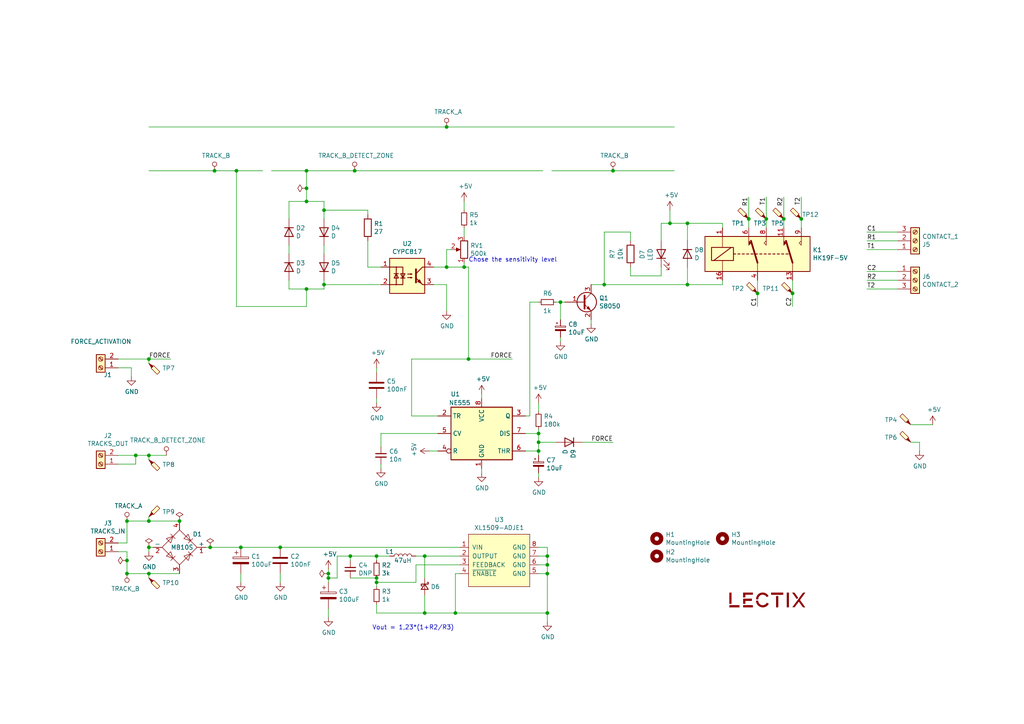
<source format=kicad_sch>
(kicad_sch (version 20211123) (generator eeschema)
  (paper "A4")
  (title_block (title " LEC000042-Detecteur-de-presence-DCC-Analogique-1A") (date "2023-03-26") (rev "1.0") (company "LECTIX") (comment 1 "CERN-OHL-S-2.0 license"))
  (lib_symbols
    (symbol "0_connectors:Screw_Terminal_01x02_blue" (pin_names (offset 1.016) hide)
      (property "Reference" "J" (at 0 2.54 0))
      (symbol "Screw_Terminal_01x02_blue_1_1"
        (pin passive line (at -5.08 0 0) (length 3.81) (name "Pin_1") (number "1"))
        (pin passive line (at -5.08 -2.54 0) (length 3.81) (name "Pin_2") (number "2"))
      )
    )
    (symbol "0_connectors:Screw_Terminal_01x02_green" (pin_names (offset 1.016) hide)
      (property "Reference" "J" (at 0 2.54 0))
      (symbol "Screw_Terminal_01x02_green_1_1"
        (pin passive line (at -5.08 0 0) (length 3.81) (name "Pin_1") (number "1"))
        (pin passive line (at -5.08 -2.54 0) (length 3.81) (name "Pin_2") (number "2"))
      )
    )
    (symbol "0_connectors:Screw_Terminal_01x03_blue" (pin_names (offset 1.016) hide)
      (property "Reference" "J" (at 0 5.08 0))
      (symbol "Screw_Terminal_01x03_blue_1_1"
        (pin passive line (at -5.08 2.54 0) (length 3.81) (name "Pin_1") (number "1"))
        (pin passive line (at -5.08 0 0) (length 3.81) (name "Pin_2") (number "2"))
        (pin passive line (at -5.08 -2.54 0) (length 3.81) (name "Pin_3") (number "3"))
      )
    )
    (symbol "0_converter_dcdc:XL1509-ADJE1" (pin_names (offset 1.016))
      (property "Reference" "U" (at -7.62 8.89 0))
      (property "Value" "XL1509-ADJE1" (at 0 6.35 0))
      (symbol "XL1509-ADJE1_1_1"
        (pin power_in line (at -11.43 3.81 0) (length 2.54) (name "VIN") (number "1"))
        (pin power_out line (at -11.43 1.27 0) (length 2.54) (name "OUTPUT") (number "2"))
        (pin input line (at -11.43 -1.27 0) (length 2.54) (name "FEEDBACK") (number "3"))
        (pin input line (at -11.43 -3.81 0) (length 2.54) (name "~{ENABLE}") (number "4"))
        (pin power_in line (at 11.43 -3.81 180) (length 2.54) (name "GND") (number "5"))
        (pin power_in line (at 11.43 -1.27 180) (length 2.54) (name "GND") (number "6"))
        (pin power_in line (at 11.43 1.27 180) (length 2.54) (name "GND") (number "7"))
        (pin power_in line (at 11.43 3.81 180) (length 2.54) (name "GND") (number "8"))
      )
    )
    (symbol "0_diode_bridge:MB10S" (pin_names (offset 0))
      (property "Reference" "D" (at 2.54 6.985 0))
      (property "Value" "MB10S" (at 2.54 5.08 0))
      (property "JLCPCB_CORRECTION" "0;0;90" (at 0 0 0))
      (symbol "MB10S_1_1"
        (pin passive line (at 7.62 0 180) (length 2.54) (name "+") (number "1"))
        (pin passive line (at -7.62 0 0) (length 2.54) (name "-") (number "2"))
        (pin passive line (at 0 -7.62 90) (length 2.54) (name "~") (number "3"))
        (pin passive line (at 0 7.62 270) (length 2.54) (name "~") (number "4"))
      )
    )
    (symbol "0_logos:logo_lectix_25mm" (pin_names (offset 1.016)))
    (symbol "0_potentiometer:pot_tht_500k_3362P" (pin_names (offset 1.016) hide)
      (property "Reference" "RV" (at -4.445 0 90))
      (property "Value" "0_potentiometer_pot_tht_500k_3362P" (at -2.54 0 90))
      (symbol "pot_tht_500k_3362P_1_1"
        (pin passive line (at 0 3.81 270) (length 1.27) (name "1") (number "1"))
        (pin passive line (at 3.81 0 180) (length 1.27) (name "2") (number "2"))
        (pin passive line (at 0 -3.81 90) (length 1.27) (name "3") (number "3"))
      )
    )
    (symbol "0_relays:HK19F-5V" (pin_names (offset 1.016))
      (property "Reference" "K" (at 16.51 3.81 0))
      (property "Value" "0_relays_HK19F-5V" (at 16.51 1.27 0))
      (symbol "HK19F-5V_1_1"
        (pin passive line (at -10.16 7.62 270) (length 2.54) (name "~") (number "1"))
        (pin passive line (at 7.62 7.62 270) (length 2.54) (name "~") (number "11"))
        (pin passive line (at 10.16 -7.62 90) (length 2.54) (name "~") (number "13"))
        (pin passive line (at -10.16 -7.62 90) (length 2.54) (name "~") (number "16"))
        (pin passive line (at 0 -7.62 90) (length 2.54) (name "~") (number "4"))
        (pin passive line (at -2.54 7.62 270) (length 2.54) (name "~") (number "6"))
        (pin passive line (at 2.54 7.62 270) (length 2.54) (name "~") (number "8"))
        (pin passive line (at 12.7 7.62 270) (length 2.54) (name "~") (number "9"))
      )
    )
    (symbol "0_train:TRACK_A" (power) (pin_names (offset 0))
      (property "Value" "0_train_TRACK_A" (at 0 3.81 0))
      (symbol "TRACK_A_1_1"
        (pin power_in line (at 0 0 90) (length 0) hide (name "TRACK_A") (number "1"))
      )
    )
    (symbol "0_train:TRACK_B" (power) (pin_names (offset 0))
      (property "Value" "0_train_TRACK_B" (at 0 3.81 0))
      (symbol "TRACK_B_1_1"
        (pin power_in line (at 0 0 90) (length 0) hide (name "TRACK_B") (number "1"))
      )
    )
    (symbol "0_train:TRACK_B_DETECT_ZONE" (power) (pin_names (offset 0))
      (property "Value" "0_train_TRACK_B_DETECT_ZONE" (at 0 3.81 0))
      (symbol "TRACK_B_DETECT_ZONE_1_1"
        (pin power_in line (at 0 0 90) (length 0) hide (name "TRACK_B_DETECT_ZONE") (number "1"))
      )
    )
    (symbol "Connector:TestPoint_Probe" (pin_numbers hide) (pin_names (offset 0.762) hide)
      (property "Reference" "TP" (at 1.651 5.842 0))
      (property "Value" "TestPoint_Probe" (at 1.651 4.064 0))
      (symbol "TestPoint_Probe_1_1"
        (pin passive line (at 0 0 90) (length 0) (name "1") (number "1"))
      )
    )
    (symbol "Device:C" (pin_numbers hide) (pin_names (offset 0.254))
      (property "Reference" "C" (at 0.635 2.54 0))
      (property "Value" "C" (at 0.635 -2.54 0))
      (symbol "C_1_1"
        (pin passive line (at 0 3.81 270) (length 2.794) (name "~") (number "1"))
        (pin passive line (at 0 -3.81 90) (length 2.794) (name "~") (number "2"))
      )
    )
    (symbol "Device:CP" (pin_numbers hide) (pin_names (offset 0.254))
      (property "Reference" "C" (at 0.635 2.54 0))
      (property "Value" "Device_CP" (at 0.635 -2.54 0))
      (symbol "CP_1_1"
        (pin passive line (at 0 3.81 270) (length 2.794) (name "~") (number "1"))
        (pin passive line (at 0 -3.81 90) (length 2.794) (name "~") (number "2"))
      )
    )
    (symbol "Device:CP_Small" (pin_numbers hide) (pin_names (offset 0.254) hide)
      (property "Reference" "C" (at 0.254 1.778 0))
      (property "Value" "Device_CP_Small" (at 0.254 -2.032 0))
      (symbol "CP_Small_1_1"
        (pin passive line (at 0 2.54 270) (length 1.8542) (name "~") (number "1"))
        (pin passive line (at 0 -2.54 90) (length 1.8542) (name "~") (number "2"))
      )
    )
    (symbol "Device:C_Small" (pin_numbers hide) (pin_names (offset 0.254) hide)
      (property "Reference" "C" (at 0.254 1.778 0))
      (property "Value" "C_Small" (at 0.254 -2.032 0))
      (symbol "C_Small_1_1"
        (pin passive line (at 0 2.54 270) (length 2.032) (name "~") (number "1"))
        (pin passive line (at 0 -2.54 90) (length 2.032) (name "~") (number "2"))
      )
    )
    (symbol "Device:D" (pin_numbers hide) (pin_names (offset 1.016) hide)
      (property "Reference" "D" (at 0 2.54 0))
      (property "Value" "D" (at 0 -2.54 0))
      (symbol "D_1_1"
        (pin passive line (at -3.81 0 0) (length 2.54) (name "K") (number "1"))
        (pin passive line (at 3.81 0 180) (length 2.54) (name "A") (number "2"))
      )
    )
    (symbol "Device:D_Schottky_Small" (pin_numbers hide) (pin_names (offset 0.254) hide)
      (property "Reference" "D" (at -1.27 2.032 0))
      (property "Value" "D_Schottky_Small" (at -7.112 -2.032 0))
      (symbol "D_Schottky_Small_1_1"
        (pin passive line (at -2.54 0 0) (length 1.778) (name "K") (number "1"))
        (pin passive line (at 2.54 0 180) (length 1.778) (name "A") (number "2"))
      )
    )
    (symbol "Device:L" (pin_numbers hide) (pin_names (offset 1.016) hide)
      (property "Reference" "L" (at -1.27 0 90))
      (property "Value" "L" (at 1.905 0 90))
      (symbol "L_1_1"
        (pin passive line (at 0 3.81 270) (length 1.27) (name "1") (number "1"))
        (pin passive line (at 0 -3.81 90) (length 1.27) (name "2") (number "2"))
      )
    )
    (symbol "Device:LED" (pin_numbers hide) (pin_names (offset 1.016) hide)
      (property "Reference" "D" (at 0 2.54 0))
      (property "Value" "LED" (at 0 -2.54 0))
      (symbol "LED_1_1"
        (pin passive line (at -3.81 0 0) (length 2.54) (name "K") (number "1"))
        (pin passive line (at 3.81 0 180) (length 2.54) (name "A") (number "2"))
      )
    )
    (symbol "Device:R" (pin_numbers hide) (pin_names (offset 0))
      (property "Reference" "R" (at 2.032 0 90))
      (property "Value" "R" (at 0 0 90))
      (symbol "R_1_1"
        (pin passive line (at 0 3.81 270) (length 1.27) (name "~") (number "1"))
        (pin passive line (at 0 -3.81 90) (length 1.27) (name "~") (number "2"))
      )
    )
    (symbol "Device:R_Small" (pin_numbers hide) (pin_names (offset 0.254) hide)
      (property "Reference" "R" (at 0.762 0.508 0))
      (property "Value" "R_Small" (at 0.762 -1.016 0))
      (symbol "R_Small_1_1"
        (pin passive line (at 0 2.54 270) (length 0.762) (name "~") (number "1"))
        (pin passive line (at 0 -2.54 90) (length 0.762) (name "~") (number "2"))
      )
    )
    (symbol "Isolator:SFH6206-3T" (pin_names (offset 1.016))
      (property "Reference" "U" (at -4.064 6.35 0))
      (property "Value" "SFH6206-3T" (at -5.334 -6.604 0))
      (symbol "SFH6206-3T_1_1"
        (pin passive line (at -7.62 2.54 0) (length 2.54) (name "~") (number "1"))
        (pin passive line (at -7.62 -2.54 0) (length 2.54) (name "~") (number "2"))
        (pin passive line (at 7.62 -2.54 180) (length 2.54) (name "~") (number "3"))
        (pin passive line (at 7.62 2.54 180) (length 2.54) (name "~") (number "4"))
      )
    )
    (symbol "Mechanical:MountingHole" (pin_names (offset 1.016))
      (property "Reference" "H" (at 0 5.08 0))
      (property "Value" "MountingHole" (at 0 3.175 0))
    )
    (symbol "Timer:NE555D"
      (property "Reference" "U" (at -10.16 8.89 0))
      (property "Value" "NE555D" (at 2.54 8.89 0))
      (symbol "NE555D_0_0"
        (pin power_in line (at 0 -10.16 90) (length 2.54) (name "GND") (number "1"))
        (pin power_in line (at 0 10.16 270) (length 2.54) (name "VCC") (number "8"))
      )
      (symbol "NE555D_1_1"
        (pin input line (at -12.7 5.08 0) (length 3.81) (name "TR") (number "2"))
        (pin output line (at 12.7 5.08 180) (length 3.81) (name "Q") (number "3"))
        (pin input inverted (at -12.7 -5.08 0) (length 3.81) (name "R") (number "4"))
        (pin input line (at -12.7 0 0) (length 3.81) (name "CV") (number "5"))
        (pin input line (at 12.7 -5.08 180) (length 3.81) (name "THR") (number "6"))
        (pin input line (at 12.7 0 180) (length 3.81) (name "DIS") (number "7"))
      )
    )
    (symbol "Transistor_BJT:BC817" (pin_names (offset 0) hide)
      (property "Reference" "Q" (at 5.08 1.905 0))
      (property "Value" "BC817" (at 5.08 0 0))
      (symbol "BC817_1_1"
        (pin input line (at -5.08 0 0) (length 5.715) (name "B") (number "1"))
        (pin passive line (at 2.54 -5.08 90) (length 2.54) (name "E") (number "2"))
        (pin passive line (at 2.54 5.08 270) (length 2.54) (name "C") (number "3"))
      )
    )
    (symbol "power:+5V" (power) (pin_names (offset 0))
      (property "Value" "+5V" (at 0 3.556 0))
      (symbol "+5V_1_1"
        (pin power_in line (at 0 0 90) (length 0) hide (name "+5V") (number "1"))
      )
    )
    (symbol "power:GND" (power) (pin_names (offset 0))
      (property "Value" "GND" (at 0 -3.81 0))
      (symbol "GND_1_1"
        (pin power_in line (at 0 0 270) (length 0) hide (name "GND") (number "1"))
      )
    )
    (symbol "power:PWR_FLAG" (power) (pin_numbers hide) (pin_names (offset 0) hide)
      (property "Value" "PWR_FLAG" (at 0 3.81 0))
      (symbol "PWR_FLAG_0_0"
        (pin power_out line (at 0 0 90) (length 0) (name "pwr") (number "1"))
      )
    )
  )
  (junction (at 95.25 167.64))
  (junction (at 43.18 151.13))
  (junction (at 88.9 49.53))
  (junction (at 158.75 161.29))
  (junction (at 156.21 128.27))
  (junction (at 62.23 49.53))
  (junction (at 199.39 64.77))
  (junction (at 101.6 161.29))
  (junction (at 69.85 158.75))
  (junction (at 43.18 166.37))
  (junction (at 177.8 49.53))
  (junction (at 129.54 77.47))
  (junction (at 227.33 63.5))
  (junction (at 43.18 132.08))
  (junction (at 229.87 85.09))
  (junction (at 39.37 132.08))
  (junction (at 232.41 63.5))
  (junction (at 156.21 130.81))
  (junction (at 199.39 82.55))
  (junction (at 52.07 151.13))
  (junction (at 135.89 104.14))
  (junction (at 123.19 161.29))
  (junction (at 81.28 158.75))
  (junction (at 217.17 63.5))
  (junction (at 88.9 83.82))
  (junction (at 156.21 125.73))
  (junction (at 88.9 54.61))
  (junction (at 95.25 166.37))
  (junction (at 132.08 177.8))
  (junction (at 93.98 82.55))
  (junction (at 158.75 177.8))
  (junction (at 109.22 168.91))
  (junction (at 194.31 64.77))
  (junction (at 36.83 162.56))
  (junction (at 134.62 77.47))
  (junction (at 123.19 177.8))
  (junction (at 36.83 151.13))
  (junction (at 109.22 167.64))
  (junction (at 43.18 104.14))
  (junction (at 129.54 36.83))
  (junction (at 222.25 63.5))
  (junction (at 158.75 166.37))
  (junction (at 219.71 85.09))
  (junction (at 109.22 161.29))
  (junction (at 93.98 60.96))
  (junction (at 162.56 87.63))
  (junction (at 88.9 58.42))
  (junction (at 158.75 163.83))
  (junction (at 60.96 158.75))
  (junction (at 36.83 166.37))
  (junction (at 68.58 49.53))
  (junction (at 43.18 158.75))
  (junction (at 102.87 49.53))
  (junction (at 175.26 82.55))
  (wire (pts (xy 123.19 161.29) (xy 120.65 161.29)))
  (wire (pts (xy 123.19 177.8) (xy 132.08 177.8)))
  (wire (pts (xy 95.25 176.53) (xy 95.25 179.07)))
  (wire (pts (xy 68.58 49.53) (xy 76.2 49.53)))
  (wire (pts (xy 88.9 58.42) (xy 93.98 58.42)))
  (wire (pts (xy 36.83 151.13) (xy 36.83 157.48)))
  (wire (pts (xy 219.71 85.09) (xy 219.71 88.9)))
  (wire (pts (xy 217.17 66.04) (xy 217.17 63.5)))
  (wire (pts (xy 43.18 49.53) (xy 62.23 49.53)))
  (wire (pts (xy 127 130.81) (xy 124.46 130.81)))
  (wire (pts (xy 264.16 123.19) (xy 270.51 123.19)))
  (wire (pts (xy 191.77 80.01) (xy 182.88 80.01)))
  (wire (pts (xy 168.91 128.27) (xy 177.8 128.27)))
  (wire (pts (xy 232.41 63.5) (xy 232.41 57.15)))
  (wire (pts (xy 139.7 135.89) (xy 139.7 137.16)))
  (wire (pts (xy 156.21 163.83) (xy 158.75 163.83)))
  (wire (pts (xy 123.19 161.29) (xy 133.35 161.29)))
  (wire (pts (xy 62.23 49.53) (xy 68.58 49.53)))
  (wire (pts (xy 130.81 72.39) (xy 129.54 72.39)))
  (wire (pts (xy 109.22 106.68) (xy 109.22 107.95)))
  (wire (pts (xy 83.82 83.82) (xy 83.82 81.28)))
  (wire (pts (xy 81.28 158.75) (xy 133.35 158.75)))
  (wire (pts (xy 123.19 172.72) (xy 123.19 177.8)))
  (wire (pts (xy 69.85 166.37) (xy 69.85 168.91)))
  (wire (pts (xy 109.22 175.26) (xy 109.22 177.8)))
  (wire (pts (xy 135.89 77.47) (xy 134.62 77.47)))
  (wire (pts (xy 161.29 128.27) (xy 156.21 128.27)))
  (wire (pts (xy 229.87 85.09) (xy 229.87 88.9)))
  (wire (pts (xy 48.26 132.08) (xy 43.18 132.08)))
  (wire (pts (xy 129.54 77.47) (xy 134.62 77.47)))
  (wire (pts (xy 38.1 106.68) (xy 34.29 106.68)))
  (wire (pts (xy 83.82 71.12) (xy 83.82 73.66)))
  (wire (pts (xy 83.82 63.5) (xy 83.82 58.42)))
  (wire (pts (xy 127 125.73) (xy 110.49 125.73)))
  (wire (pts (xy 194.31 64.77) (xy 191.77 64.77)))
  (wire (pts (xy 93.98 58.42) (xy 93.98 60.96)))
  (wire (pts (xy 36.83 157.48) (xy 34.29 157.48)))
  (wire (pts (xy 109.22 168.91) (xy 109.22 167.64)))
  (wire (pts (xy 43.18 105.41) (xy 43.18 104.14)))
  (wire (pts (xy 88.9 54.61) (xy 88.9 49.53)))
  (wire (pts (xy 39.37 132.08) (xy 34.29 132.08)))
  (wire (pts (xy 156.21 125.73) (xy 156.21 128.27)))
  (wire (pts (xy 78.74 49.53) (xy 88.9 49.53)))
  (wire (pts (xy 43.18 132.08) (xy 39.37 132.08)))
  (wire (pts (xy 219.71 81.28) (xy 219.71 85.09)))
  (wire (pts (xy 119.38 120.65) (xy 127 120.65)))
  (wire (pts (xy 109.22 177.8) (xy 123.19 177.8)))
  (wire (pts (xy 129.54 82.55) (xy 129.54 90.17)))
  (wire (pts (xy 43.18 151.13) (xy 43.18 149.86)))
  (wire (pts (xy 132.08 166.37) (xy 132.08 177.8)))
  (wire (pts (xy 209.55 82.55) (xy 209.55 81.28)))
  (wire (pts (xy 101.6 161.29) (xy 109.22 161.29)))
  (wire (pts (xy 93.98 82.55) (xy 93.98 83.82)))
  (wire (pts (xy 158.75 166.37) (xy 158.75 177.8)))
  (wire (pts (xy 158.75 163.83) (xy 158.75 166.37)))
  (wire (pts (xy 43.18 151.13) (xy 36.83 151.13)))
  (wire (pts (xy 109.22 168.91) (xy 120.65 168.91)))
  (wire (pts (xy 191.77 77.47) (xy 191.77 80.01)))
  (wire (pts (xy 97.79 161.29) (xy 97.79 167.64)))
  (wire (pts (xy 171.45 82.55) (xy 175.26 82.55)))
  (wire (pts (xy 171.45 92.71) (xy 171.45 93.98)))
  (wire (pts (xy 175.26 67.31) (xy 175.26 82.55)))
  (wire (pts (xy 175.26 82.55) (xy 199.39 82.55)))
  (wire (pts (xy 106.68 62.23) (xy 106.68 60.96)))
  (wire (pts (xy 182.88 67.31) (xy 175.26 67.31)))
  (wire (pts (xy 109.22 161.29) (xy 113.03 161.29)))
  (wire (pts (xy 153.67 87.63) (xy 153.67 120.65)))
  (wire (pts (xy 60.96 158.75) (xy 69.85 158.75)))
  (wire (pts (xy 120.65 163.83) (xy 133.35 163.83)))
  (wire (pts (xy 161.29 87.63) (xy 162.56 87.63)))
  (wire (pts (xy 153.67 87.63) (xy 156.21 87.63)))
  (wire (pts (xy 106.68 77.47) (xy 106.68 69.85)))
  (wire (pts (xy 106.68 60.96) (xy 93.98 60.96)))
  (wire (pts (xy 88.9 88.9) (xy 88.9 83.82)))
  (wire (pts (xy 129.54 72.39) (xy 129.54 77.47)))
  (wire (pts (xy 38.1 106.68) (xy 38.1 109.22)))
  (wire (pts (xy 260.35 78.74) (xy 251.46 78.74)))
  (wire (pts (xy 109.22 115.57) (xy 109.22 116.84)))
  (wire (pts (xy 34.29 134.62) (xy 39.37 134.62)))
  (wire (pts (xy 191.77 64.77) (xy 191.77 69.85)))
  (wire (pts (xy 123.19 161.29) (xy 123.19 167.64)))
  (wire (pts (xy 209.55 66.04) (xy 209.55 64.77)))
  (wire (pts (xy 95.25 167.64) (xy 95.25 168.91)))
  (wire (pts (xy 156.21 166.37) (xy 158.75 166.37)))
  (wire (pts (xy 95.25 165.1) (xy 95.25 166.37)))
  (wire (pts (xy 125.73 82.55) (xy 129.54 82.55)))
  (wire (pts (xy 88.9 58.42) (xy 88.9 54.61)))
  (wire (pts (xy 129.54 36.83) (xy 195.58 36.83)))
  (wire (pts (xy 156.21 128.27) (xy 156.21 130.81)))
  (wire (pts (xy 156.21 124.46) (xy 156.21 125.73)))
  (wire (pts (xy 194.31 60.96) (xy 194.31 64.77)))
  (wire (pts (xy 153.67 120.65) (xy 152.4 120.65)))
  (wire (pts (xy 199.39 64.77) (xy 194.31 64.77)))
  (wire (pts (xy 125.73 77.47) (xy 129.54 77.47)))
  (wire (pts (xy 101.6 167.64) (xy 109.22 167.64)))
  (wire (pts (xy 260.35 67.31) (xy 251.46 67.31)))
  (wire (pts (xy 209.55 64.77) (xy 199.39 64.77)))
  (wire (pts (xy 158.75 158.75) (xy 156.21 158.75)))
  (wire (pts (xy 93.98 60.96) (xy 93.98 63.5)))
  (wire (pts (xy 199.39 82.55) (xy 209.55 82.55)))
  (wire (pts (xy 156.21 116.84) (xy 156.21 119.38)))
  (wire (pts (xy 36.83 162.56) (xy 36.83 160.02)))
  (wire (pts (xy 260.35 69.85) (xy 251.46 69.85)))
  (wire (pts (xy 132.08 177.8) (xy 158.75 177.8)))
  (wire (pts (xy 43.18 166.37) (xy 36.83 166.37)))
  (wire (pts (xy 43.18 158.75) (xy 44.45 158.75)))
  (wire (pts (xy 88.9 83.82) (xy 83.82 83.82)))
  (wire (pts (xy 120.65 168.91) (xy 120.65 163.83)))
  (wire (pts (xy 34.29 104.14) (xy 43.18 104.14)))
  (wire (pts (xy 39.37 134.62) (xy 39.37 132.08)))
  (wire (pts (xy 134.62 76.2) (xy 134.62 77.47)))
  (wire (pts (xy 101.6 162.56) (xy 101.6 161.29)))
  (wire (pts (xy 229.87 81.28) (xy 229.87 85.09)))
  (wire (pts (xy 199.39 77.47) (xy 199.39 82.55)))
  (wire (pts (xy 93.98 83.82) (xy 88.9 83.82)))
  (wire (pts (xy 162.56 87.63) (xy 162.56 92.71)))
  (wire (pts (xy 217.17 63.5) (xy 217.17 57.15)))
  (wire (pts (xy 160.02 49.53) (xy 177.8 49.53)))
  (wire (pts (xy 260.35 81.28) (xy 251.46 81.28)))
  (wire (pts (xy 156.21 161.29) (xy 158.75 161.29)))
  (wire (pts (xy 43.18 104.14) (xy 49.53 104.14)))
  (wire (pts (xy 129.54 36.83) (xy 43.18 36.83)))
  (wire (pts (xy 83.82 58.42) (xy 88.9 58.42)))
  (wire (pts (xy 156.21 130.81) (xy 152.4 130.81)))
  (wire (pts (xy 93.98 82.55) (xy 110.49 82.55)))
  (wire (pts (xy 222.25 66.04) (xy 222.25 63.5)))
  (wire (pts (xy 162.56 99.06) (xy 162.56 97.79)))
  (wire (pts (xy 109.22 162.56) (xy 109.22 161.29)))
  (wire (pts (xy 110.49 125.73) (xy 110.49 129.54)))
  (wire (pts (xy 68.58 49.53) (xy 68.58 88.9)))
  (wire (pts (xy 93.98 71.12) (xy 93.98 73.66)))
  (wire (pts (xy 93.98 81.28) (xy 93.98 82.55)))
  (wire (pts (xy 36.83 166.37) (xy 36.83 162.56)))
  (wire (pts (xy 158.75 177.8) (xy 158.75 180.34)))
  (wire (pts (xy 182.88 80.01) (xy 182.88 77.47)))
  (wire (pts (xy 260.35 83.82) (xy 251.46 83.82)))
  (wire (pts (xy 266.7 128.27) (xy 264.16 128.27)))
  (wire (pts (xy 132.08 166.37) (xy 133.35 166.37)))
  (wire (pts (xy 43.18 133.35) (xy 43.18 132.08)))
  (wire (pts (xy 152.4 125.73) (xy 156.21 125.73)))
  (wire (pts (xy 52.07 166.37) (xy 43.18 166.37)))
  (wire (pts (xy 109.22 170.18) (xy 109.22 168.91)))
  (wire (pts (xy 158.75 158.75) (xy 158.75 161.29)))
  (wire (pts (xy 110.49 134.62) (xy 110.49 135.89)))
  (wire (pts (xy 88.9 49.53) (xy 102.87 49.53)))
  (wire (pts (xy 69.85 158.75) (xy 81.28 158.75)))
  (wire (pts (xy 156.21 132.08) (xy 156.21 130.81)))
  (wire (pts (xy 135.89 104.14) (xy 148.59 104.14)))
  (wire (pts (xy 36.83 160.02) (xy 34.29 160.02)))
  (wire (pts (xy 95.25 166.37) (xy 95.25 167.64)))
  (wire (pts (xy 260.35 72.39) (xy 251.46 72.39)))
  (wire (pts (xy 81.28 166.37) (xy 81.28 168.91)))
  (wire (pts (xy 156.21 138.43) (xy 156.21 137.16)))
  (wire (pts (xy 102.87 49.53) (xy 157.48 49.53)))
  (wire (pts (xy 266.7 130.81) (xy 266.7 128.27)))
  (wire (pts (xy 199.39 69.85) (xy 199.39 64.77)))
  (wire (pts (xy 52.07 151.13) (xy 43.18 151.13)))
  (wire (pts (xy 134.62 66.04) (xy 134.62 68.58)))
  (wire (pts (xy 227.33 66.04) (xy 227.33 63.5)))
  (wire (pts (xy 110.49 77.47) (xy 106.68 77.47)))
  (wire (pts (xy 97.79 167.64) (xy 95.25 167.64)))
  (wire (pts (xy 135.89 104.14) (xy 119.38 104.14)))
  (wire (pts (xy 97.79 161.29) (xy 101.6 161.29)))
  (wire (pts (xy 162.56 87.63) (xy 163.83 87.63)))
  (wire (pts (xy 134.62 58.42) (xy 134.62 60.96)))
  (wire (pts (xy 119.38 104.14) (xy 119.38 120.65)))
  (wire (pts (xy 222.25 63.5) (xy 222.25 57.15)))
  (wire (pts (xy 232.41 66.04) (xy 232.41 63.5)))
  (wire (pts (xy 182.88 69.85) (xy 182.88 67.31)))
  (wire (pts (xy 68.58 88.9) (xy 88.9 88.9)))
  (wire (pts (xy 158.75 161.29) (xy 158.75 163.83)))
  (wire (pts (xy 43.18 167.64) (xy 43.18 166.37)))
  (wire (pts (xy 43.18 158.75) (xy 43.18 160.02)))
  (wire (pts (xy 59.69 158.75) (xy 60.96 158.75)))
  (wire (pts (xy 139.7 114.3) (xy 139.7 115.57)))
  (wire (pts (xy 135.89 77.47) (xy 135.89 104.14)))
  (wire (pts (xy 177.8 49.53) (xy 195.58 49.53)))
  (wire (pts (xy 227.33 63.5) (xy 227.33 57.15)))
  (text "TODO :\n\n" (at -27.94 83.82 0) (effects (font (size 1.27 1.27)) (justify left bottom)))
  (text "Vout = 1,23*(1+R2/R3)" (at 107.95 182.88 0) (effects (font (size 1.27 1.27)) (justify left bottom)))
  (text "Chose the sensitivity level\n" (at 135.89 76.2 0) (effects (font (size 1.27 1.27)) (justify left bottom)))
  (label "R2" (at 251.46 81.28 0))
  (label "T1" (at 222.25 57.15 270))
  (label "R1" (at 217.17 57.15 270))
  (label "FORCE" (at 177.8 128.27 180))
  (label "T2" (at 251.46 83.82 0))
  (label "T1" (at 251.46 72.39 0))
  (label "FORCE" (at 49.53 104.14 180))
  (label "FORCE" (at 148.59 104.14 180))
  (label "T2" (at 232.41 57.15 270))
  (label "C1" (at 219.71 88.9 90))
  (label "C1" (at 251.46 67.31 0))
  (label "C2" (at 251.46 78.74 0))
  (label "C2" (at 229.87 88.9 90))
  (label "R2" (at 227.33 57.15 270))
  (label "R1" (at 251.46 69.85 0))
  (symbol (lib_id "Device:D") (at 83.82 67.31 270) (unit 1)
    (property "Reference" "D2" (at 85.8266 66.1416 90) (effects (justify left)))
    (property "Value" "D" (at 85.8266 68.453 90) (effects (justify left)))
    (property "Footprint" "Diode_SMD:D_SMA" (effects hide))
    (property "LCSC" "C95872" (effects hide))
    (property "Supplier" "LCSC" (effects hide))
    (property "MPN" "M7" (effects hide))
    (property "Mfr" "MDD" (effects hide))
    (property "Comment" "Genuine only" (effects hide))
  )
  (symbol (lib_id "Device:D") (at 83.82 77.47 270) (unit 1)
    (property "Reference" "D3" (at 85.8266 76.3016 90) (effects (justify left)))
    (property "Value" "D" (at 85.8266 78.613 90) (effects (justify left)))
    (property "Footprint" "Diode_SMD:D_SMA" (effects hide))
    (property "LCSC" "C95872" (effects hide))
    (property "Supplier" "LCSC" (effects hide))
    (property "MPN" "M7" (effects hide))
    (property "Mfr" "MDD" (effects hide))
    (property "Comment" "Genuine only" (effects hide))
  )
  (symbol (lib_id "Device:D") (at 93.98 67.31 90) (unit 1)
    (property "Reference" "D4" (at 95.9866 66.1416 90) (effects (justify right)))
    (property "Value" "D" (at 95.9866 68.453 90) (effects (justify right)))
    (property "Footprint" "Diode_SMD:D_SMA" (effects hide))
    (property "LCSC" "C95872" (effects hide))
    (property "Supplier" "LCSC" (effects hide))
    (property "MPN" "M7" (effects hide))
    (property "Mfr" "MDD" (effects hide))
    (property "Comment" "Genuine only" (effects hide))
  )
  (symbol (lib_id "Device:D") (at 93.98 77.47 90) (unit 1)
    (property "Reference" "D5" (at 95.9866 76.3016 90) (effects (justify right)))
    (property "Value" "D" (at 95.9866 78.613 90) (effects (justify right)))
    (property "Footprint" "Diode_SMD:D_SMA" (effects hide))
    (property "LCSC" "C95872" (effects hide))
    (property "Supplier" "LCSC" (effects hide))
    (property "MPN" "M7" (effects hide))
    (property "Mfr" "MDD" (effects hide))
    (property "Comment" "Genuine only" (effects hide))
  )
  (symbol (lib_id "Isolator:SFH6206-3T") (at 118.11 80.01 0) (unit 1)
    (property "Reference" "U2" (at 118.11 70.6882 0))
    (property "Value" "CYPC817" (at 118.11 72.9996 0))
    (property "Footprint" "Package_DIP:SMDIP-4_W9.53mm_Clearance8mm" (effects hide))
    (property "Datasheet" "http://www.vishay.com/docs/83675/sfh620a.pdf" (effects hide))
    (property "LCSC" "C385060" (effects hide))
    (property "Mfr" "OCIC" (effects hide))
    (property "MPN" "CYPC817(B-TP2)" (effects hide))
    (property "Supplier" "LCSC" (effects hide))
    (property "Comment" "Genuine only" (effects hide))
  )
  (symbol (lib_id "0_train:TRACK_A") (at 129.54 36.83 0) (unit 1)
    (property "Reference" "#PWR016" (effects hide))
    (property "Value" "TRACK_A" (at 129.9718 32.4358 0))
  )
  (symbol (lib_id "0_train:TRACK_B") (at 62.23 49.53 0) (unit 1)
    (property "Reference" "#PWR06" (effects hide))
    (property "Value" "TRACK_B" (at 62.6618 45.1358 0))
  )
  (symbol (lib_id "0_train:TRACK_B") (at 177.8 49.53 0) (unit 1)
    (property "Reference" "#PWR021" (effects hide))
    (property "Value" "TRACK_B" (at 178.2318 45.1358 0))
  )
  (symbol (lib_id "0_train:TRACK_B_DETECT_ZONE") (at 102.87 49.53 0) (unit 1)
    (property "Reference" "#PWR013" (effects hide))
    (property "Value" "TRACK_B_DETECT_ZONE" (at 103.3018 45.1358 0))
  )
  (symbol (lib_id "Device:R") (at 106.68 66.04 0) (unit 1)
    (property "Reference" "R1" (at 108.458 64.8716 0) (effects (justify left)))
    (property "Value" "27" (at 108.458 67.183 0) (effects (justify left)))
    (property "Footprint" "Resistor_SMD:R_0603_1608Metric" (effects hide))
    (property "LCSC" "C25190" (effects hide))
    (property "Supplier" "LCSC" (effects hide))
    (property "MPN" "0603WAF270JT5E" (effects hide))
    (property "Mfr" "UNI-ROYAL" (effects hide))
  )
  (symbol (lib_id "0_relays:HK19F-5V") (at 219.71 73.66 0) (unit 1)
    (property "Reference" "K1" (at 235.712 72.4916 0) (effects (justify left)))
    (property "Value" "HK19F-5V" (at 235.712 74.803 0) (effects (justify left)))
    (property "Footprint" "0_relays:Relay_DPDT_HK19F" (effects hide))
    (property "Datasheet" "https://datasheet.lcsc.com/szlcsc/1809091812_Ningbo-Keke-New-Era-Appliance-HK19F-DC5V-SHG-Y_C54512.pdf" (effects hide))
    (property "LCSC" "C54512" (effects hide))
    (property "MPN" "HK19F-DC5V-SHG-Y" (effects hide))
    (property "Supplier" "LCSC" (effects hide))
    (property "Mfr" "Ningbo Keke New Era Appliance" (effects hide))
    (property "Comment" "Genuine only" (effects hide))
  )
  (symbol (lib_id "Device:D") (at 199.39 73.66 270) (unit 1)
    (property "Reference" "D8" (at 201.3966 72.4916 90) (effects (justify left)))
    (property "Value" "D" (at 201.3966 74.803 90) (effects (justify left)))
    (property "Footprint" "Diode_SMD:D_SMA" (effects hide))
    (property "LCSC" "C95872" (effects hide))
    (property "Supplier" "LCSC" (effects hide))
    (property "MPN" "M7" (effects hide))
    (property "Mfr" "MDD" (effects hide))
    (property "Comment" "Genuine only" (effects hide))
  )
  (symbol (lib_id "Transistor_BJT:BC817") (at 168.91 87.63 0) (unit 1)
    (property "Reference" "Q1" (at 173.7614 86.4616 0) (effects (justify left)))
    (property "Value" "S8050" (at 173.7614 88.773 0) (effects (justify left)))
    (property "Footprint" "Package_TO_SOT_SMD:SOT-23" (effects hide))
    (property "Datasheet" "http://www.fairchildsemi.com/ds/BC/BC817.pdf" (effects hide))
    (property "LCSC" "C2146" (effects hide))
    (property "Supplier" "LCSC" (effects hide))
    (property "MPN" "S8050" (effects hide))
    (property "Mfr" "Changjiang Electronics Tech (CJ)" (effects hide))
    (property "JLCPCB_CORRECTION" "0;0;180" (effects hide))
  )
  (symbol (lib_id "Device:LED") (at 191.77 73.66 90) (unit 1)
    (property "Reference" "D7" (at 186.2836 73.8378 0))
    (property "Value" "LED" (at 188.595 73.8378 0))
    (property "Footprint" "LED_SMD:LED_0603_1608Metric" (effects hide))
    (property "LCSC" "C72043" (effects hide))
    (property "Supplier" "LCSC" (effects hide))
    (property "MPN" "19-217/GHC-YR1S2/3T" (effects hide))
    (property "Mfr" "Everlight Elec" (effects hide))
  )
  (symbol (lib_id "Device:R") (at 182.88 73.66 0) (unit 1)
    (property "Reference" "R7" (at 177.6222 73.66 90))
    (property "Value" "10k" (at 179.9336 73.66 90))
    (property "Footprint" "Resistor_SMD:R_0603_1608Metric" (effects hide))
    (property "LCSC" "C25804" (effects hide))
    (property "Supplier" "LCSC" (effects hide))
    (property "MPN" "0603WAF1002T5E" (effects hide))
    (property "Mfr" "UNI-ROYAL" (effects hide))
  )
  (symbol (lib_id "0_connectors:Screw_Terminal_01x02_green") (at 29.21 160.02 180) (unit 1)
    (property "Reference" "J3" (at 31.2928 151.765 0))
    (property "Value" "TRACKS_IN" (at 31.2928 154.0764 0))
    (property "Footprint" "0_connectors:TerminalBlock_bornier-2_P5.08mm-green" (effects hide))
    (property "Datasheet" "https://datasheet.lcsc.com/szlcsc/1912111437_DIBO-DB126V-5-0-2P-GN_C395849.pdf" (effects hide))
    (property "LCSC" "C395849" (effects hide))
    (property "MPN" "DB126V-5.0-2P-GN" (effects hide))
    (property "Mfr" "DIBO" (effects hide))
    (property "Supplier" "LCSC" (effects hide))
    (property "Comment" "Genuine only" (effects hide))
  )
  (symbol (lib_id "0_connectors:Screw_Terminal_01x02_blue") (at 29.21 134.62 180) (unit 1)
    (property "Reference" "J2" (at 31.2928 126.365 0))
    (property "Value" "TRACKS_OUT" (at 31.2928 128.6764 0))
    (property "Footprint" "0_connectors:TerminalBlock_bornier-2_P5.08mm-blue" (effects hide))
    (property "Datasheet" "https://datasheet.lcsc.com/szlcsc/1912111437_DIBO-DB301V-5-0-2P-BU-S_C395882.pdf" (effects hide))
    (property "LCSC" "C430621" (effects hide))
    (property "MPN" "DB301V-5.0-2P-BU-P" (effects hide))
    (property "Mfr" "DIBO" (effects hide))
    (property "Supplier" "LCSC" (effects hide))
    (property "Comment" "Genuine only" (effects hide))
  )
  (symbol (lib_id "0_connectors:Screw_Terminal_01x02_blue") (at 29.21 106.68 180) (unit 1)
    (property "Reference" "J1" (at 32.4612 108.712 0) (effects (justify left)))
    (property "Value" "FORCE_ACTIVATION" (at 38.1 99.06 0) (effects (justify left)))
    (property "Footprint" "0_connectors:TerminalBlock_bornier-2_P5.08mm-blue" (effects hide))
    (property "Datasheet" "https://datasheet.lcsc.com/szlcsc/1912111437_DIBO-DB301V-5-0-2P-BU-S_C395882.pdf" (effects hide))
    (property "LCSC" "C430621" (effects hide))
    (property "MPN" "DB301V-5.0-2P-BU-P" (effects hide))
    (property "Mfr" "DIBO" (effects hide))
    (property "Supplier" "LCSC" (effects hide))
    (property "Comment" "Genuine only" (effects hide))
  )
  (symbol (lib_id "0_connectors:Screw_Terminal_01x03_blue") (at 265.43 69.85 0) (mirror x) (unit 1)
    (property "Reference" "J5" (at 267.462 70.9168 0) (effects (justify left)))
    (property "Value" "CONTACT_1" (at 267.462 68.6054 0) (effects (justify left)))
    (property "Footprint" "0_connectors:TerminalBlock_bornier-3_P5.08mm-blue" (effects hide))
    (property "Datasheet" "https://datasheet.lcsc.com/szlcsc/1912111437_DIBO-DB301V-5-0-3P-BU-S_C395881.pdf" (effects hide))
    (property "LCSC" "C430620" (effects hide))
    (property "MPN" "DB301V-5.0-3P-BU-P" (effects hide))
    (property "Mfr" "DIBO" (effects hide))
    (property "Supplier" "LCSC" (effects hide))
    (property "Comment" "Genuine only" (effects hide))
  )
  (symbol (lib_id "0_connectors:Screw_Terminal_01x03_blue") (at 265.43 81.28 0) (unit 1)
    (property "Reference" "J6" (at 267.462 80.2132 0) (effects (justify left)))
    (property "Value" "CONTACT_2" (at 267.462 82.5246 0) (effects (justify left)))
    (property "Footprint" "0_connectors:TerminalBlock_bornier-3_P5.08mm-blue" (effects hide))
    (property "Datasheet" "https://datasheet.lcsc.com/szlcsc/1912111437_DIBO-DB301V-5-0-3P-BU-S_C395881.pdf" (effects hide))
    (property "LCSC" "C430620" (effects hide))
    (property "MPN" "DB301V-5.0-3P-BU-P" (effects hide))
    (property "Mfr" "DIBO" (effects hide))
    (property "Supplier" "LCSC" (effects hide))
    (property "Comment" "Genuine only" (effects hide))
  )
  (symbol (lib_id "0_train:TRACK_B") (at 36.83 166.37 180) (unit 1)
    (property "Reference" "#PWR01" (effects hide))
    (property "Value" "TRACK_B" (at 36.3982 170.7642 0))
  )
  (symbol (lib_id "0_train:TRACK_A") (at 36.83 151.13 0) (unit 1)
    (property "Reference" "#PWR02" (effects hide))
    (property "Value" "TRACK_A" (at 37.2618 146.7358 0))
  )
  (symbol (lib_id "0_train:TRACK_B_DETECT_ZONE") (at 48.26 132.08 0) (unit 1)
    (property "Reference" "#PWR05" (effects hide))
    (property "Value" "TRACK_B_DETECT_ZONE" (at 48.6918 127.6858 0))
  )
  (symbol (lib_id "power:GND") (at 109.22 116.84 0) (unit 1)
    (property "Reference" "#PWR015" (effects hide))
    (property "Value" "GND" (at 109.347 121.2342 0))
  )
  (symbol (lib_id "power:+5V") (at 109.22 106.68 0) (unit 1)
    (property "Reference" "#PWR014" (effects hide))
    (property "Value" "+5V" (at 109.601 102.2858 0))
  )
  (symbol (lib_id "Device:C") (at 109.22 111.76 0) (unit 1)
    (property "Reference" "C5" (at 112.141 110.5916 0) (effects (justify left)))
    (property "Value" "100nF" (at 112.141 112.903 0) (effects (justify left)))
    (property "Footprint" "Capacitor_SMD:C_0603_1608Metric" (effects hide))
    (property "LCSC" "C14663" (effects hide))
    (property "Supplier" "LCSC" (effects hide))
    (property "MPN" "CC0603KRX7R9BB104" (effects hide))
    (property "Mfr" "YAGEO" (effects hide))
  )
  (symbol (lib_id "power:GND") (at 266.7 130.81 0) (unit 1)
    (property "Reference" "#PWR025" (effects hide))
    (property "Value" "GND" (at 266.827 135.2042 0))
  )
  (symbol (lib_id "power:+5V") (at 270.51 123.19 0) (unit 1)
    (property "Reference" "#PWR026" (effects hide))
    (property "Value" "+5V" (at 270.891 118.7958 0))
  )
  (symbol (lib_id "power:+5V") (at 134.62 58.42 0) (unit 1)
    (property "Reference" "#PWR018" (effects hide))
    (property "Value" "+5V" (at 135.001 54.0258 0))
  )
  (symbol (lib_id "power:GND") (at 129.54 90.17 0) (unit 1)
    (property "Reference" "#PWR017" (effects hide))
    (property "Value" "GND" (at 129.667 94.5642 0))
  )
  (symbol (lib_id "power:GND") (at 43.18 160.02 0) (unit 1)
    (property "Reference" "#PWR04" (effects hide))
    (property "Value" "GND" (at 43.307 164.4142 0))
  )
  (symbol (lib_id "Device:CP") (at 69.85 162.56 0) (unit 1)
    (property "Reference" "C1" (at 72.8472 161.3916 0) (effects (justify left)))
    (property "Value" "100uF" (at 72.8472 163.703 0) (effects (justify left)))
    (property "Footprint" "0_capacitors:CP_Elec_6.3x5.8" (effects hide))
    (property "LCSC" "C249982" (effects hide))
    (property "Supplier" "LCSC" (effects hide))
    (property "MPN" "VZT101M1VTR-0606" (effects hide))
    (property "Mfr" "Lelon" (effects hide))
    (property "JLCPCB_CORRECTION" "0;0;180" (effects hide))
  )
  (symbol (lib_id "Device:C") (at 81.28 162.56 0) (unit 1)
    (property "Reference" "C2" (at 84.201 161.3916 0) (effects (justify left)))
    (property "Value" "100nF" (at 84.201 163.703 0) (effects (justify left)))
    (property "Footprint" "Capacitor_SMD:C_0603_1608Metric" (effects hide))
    (property "LCSC" "C14663" (effects hide))
    (property "Supplier" "LCSC" (effects hide))
    (property "MPN" "CC0603KRX7R9BB104" (effects hide))
    (property "Mfr" "YAGEO" (effects hide))
  )
  (symbol (lib_id "power:GND") (at 69.85 168.91 0) (unit 1)
    (property "Reference" "#PWR07" (effects hide))
    (property "Value" "GND" (at 69.977 173.3042 0))
  )
  (symbol (lib_id "power:GND") (at 81.28 168.91 0) (unit 1)
    (property "Reference" "#PWR08" (effects hide))
    (property "Value" "GND" (at 81.407 173.3042 0))
  )
  (symbol (lib_id "power:GND") (at 158.75 180.34 0) (unit 1)
    (property "Reference" "#PWR019" (effects hide))
    (property "Value" "GND" (at 158.877 184.7342 0))
  )
  (symbol (lib_id "power:GND") (at 95.25 179.07 0) (unit 1)
    (property "Reference" "#PWR010" (effects hide))
    (property "Value" "GND" (at 95.377 183.4642 0))
  )
  (symbol (lib_id "power:+5V") (at 95.25 165.1 0) (unit 1)
    (property "Reference" "#PWR09" (effects hide))
    (property "Value" "+5V" (at 95.631 160.7058 0))
  )
  (symbol (lib_id "0_converter_dcdc:XL1509-ADJE1") (at 144.78 162.56 0) (unit 1)
    (property "Reference" "U3" (at 144.78 150.749 0))
    (property "Value" "XL1509-ADJE1" (at 144.78 153.0604 0))
    (property "Footprint" "Package_SO:SOP-8_3.76x4.96mm_P1.27mm" (effects hide))
    (property "Datasheet" "https://datasheet.lcsc.com/szlcsc/XLSEMI-XL1509-ADJE1_C74192.pdf" (effects hide))
    (property "LCSC" "C74192" (effects hide))
    (property "MPN" "XL1509-ADJE1" (effects hide))
    (property "Mfr" "XLSEMI" (effects hide))
    (property "Supplier" "LCSC" (effects hide))
    (property "Comment" "Genuine only" (effects hide))
    (property "JLCPCB_CORRECTION" "0;0;270" (effects hide))
  )
  (symbol (lib_id "Device:R_Small") (at 109.22 165.1 0) (unit 1)
    (property "Reference" "R2" (at 110.7186 163.9316 0) (effects (justify left)))
    (property "Value" "3k" (at 110.7186 166.243 0) (effects (justify left)))
    (property "Footprint" "Resistor_SMD:R_0603_1608Metric" (effects hide))
    (property "LCSC" "C4211" (effects hide))
    (property "Supplier" "LCSC" (effects hide))
    (property "MPN" "0603WAF3001T5E" (effects hide))
    (property "Mfr" "UNI-ROYAL" (effects hide))
  )
  (symbol (lib_id "Device:R_Small") (at 109.22 172.72 0) (unit 1)
    (property "Reference" "R3" (at 110.7186 171.5516 0) (effects (justify left)))
    (property "Value" "1k" (at 110.7186 173.863 0) (effects (justify left)))
    (property "Footprint" "Resistor_SMD:R_0603_1608Metric" (effects hide))
    (property "LCSC" "C21190" (effects hide))
    (property "Supplier" "LCSC" (effects hide))
    (property "MPN" "0603WAF1001T5E" (effects hide))
    (property "Mfr" "UNI-ROYAL" (effects hide))
  )
  (symbol (lib_id "Device:L") (at 116.84 161.29 90) (unit 1)
    (property "Reference" "L1" (at 113.03 160.02 90))
    (property "Value" "47uH" (at 116.84 162.56 90))
    (property "Footprint" "Inductor_SMD:L_12x12mm_H6mm" (effects hide))
    (property "LCSC" "C169398" (effects hide))
    (property "MPN" "SWRB1204S-470MT" (effects hide))
    (property "Mfr" "Sunlord" (effects hide))
    (property "Supplier" "LCSC" (effects hide))
    (property "Comment" "Genuine only" (effects hide))
  )
  (symbol (lib_id "Device:D_Schottky_Small") (at 123.19 170.18 270) (unit 1)
    (property "Reference" "D6" (at 124.9172 170.18 90) (effects (justify left)))
    (property "Value" "D_Schottky_Small" (effects hide))
    (property "Footprint" "Diode_SMD:D_SMA" (effects hide))
    (property "LCSC" "C22452" (effects hide))
    (property "Supplier" "LCSC" (effects hide))
    (property "MPN" "SS54" (effects hide))
    (property "Mfr" "MDD" (effects hide))
    (property "Comment" "Genuine only" (effects hide))
  )
  (symbol (lib_id "Device:C_Small") (at 101.6 165.1 0) (unit 1)
    (property "Reference" "C4" (at 103.9368 163.9316 0) (effects (justify left)))
    (property "Value" "DNP" (at 103.9368 166.243 0) (effects (justify left)))
    (property "Footprint" "Capacitor_SMD:C_0603_1608Metric" (effects hide))
    (property "LCSC" "DNP" (effects hide))
    (property "MPN" "DNP" (effects hide))
    (property "Mfr" "DNP" (effects hide))
    (property "Supplier" "DNP" (effects hide))
  )
  (symbol (lib_id "Device:CP") (at 95.25 172.72 0) (unit 1)
    (property "Reference" "C3" (at 98.2472 171.5516 0) (effects (justify left)))
    (property "Value" "100uF" (at 98.2472 173.863 0) (effects (justify left)))
    (property "Footprint" "0_capacitors:CP_Elec_6.3x5.8" (effects hide))
    (property "LCSC" "C249982" (effects hide))
    (property "Supplier" "LCSC" (effects hide))
    (property "MPN" "VZT101M1VTR-0606" (effects hide))
    (property "Mfr" "Lelon" (effects hide))
    (property "JLCPCB_CORRECTION" "0;0;180" (effects hide))
  )
  (symbol (lib_id "Mechanical:MountingHole") (at 190.5 156.21 0) (unit 1)
    (property "Reference" "H1" (at 193.04 155.0416 0) (effects (justify left)))
    (property "Value" "MountingHole" (at 193.04 157.353 0) (effects (justify left)))
    (property "Footprint" "0_mechanical:MountingHole_3.2mm_M3" (effects hide))
    (property "LCSC" "DNP" (effects hide))
    (property "MPN" "DNP" (effects hide))
    (property "Mfr" "DNP" (effects hide))
    (property "Supplier" "DNP" (effects hide))
  )
  (symbol (lib_id "Mechanical:MountingHole") (at 190.5 161.29 0) (unit 1)
    (property "Reference" "H2" (at 193.04 160.1216 0) (effects (justify left)))
    (property "Value" "MountingHole" (at 193.04 162.433 0) (effects (justify left)))
    (property "Footprint" "0_mechanical:MountingHole_3.2mm_M3" (effects hide))
    (property "LCSC" "DNP" (effects hide))
    (property "MPN" "DNP" (effects hide))
    (property "Mfr" "DNP" (effects hide))
    (property "Supplier" "DNP" (effects hide))
  )
  (symbol (lib_id "Mechanical:MountingHole") (at 209.55 156.21 0) (unit 1)
    (property "Reference" "H3" (at 212.09 155.0416 0) (effects (justify left)))
    (property "Value" "MountingHole" (at 212.09 157.353 0) (effects (justify left)))
    (property "Footprint" "0_mechanical:MountingHole_3.2mm_M3" (effects hide))
    (property "LCSC" "DNP" (effects hide))
    (property "MPN" "DNP" (effects hide))
    (property "Mfr" "DNP" (effects hide))
    (property "Supplier" "DNP" (effects hide))
  )
  (symbol (lib_id "0_logos:logo_lectix_25mm") (at 222.25 173.99 0) (unit 1)
    (property "Reference" "LOGO1" (effects hide))
    (property "Value" "logo_lectix_25mm" (effects hide))
    (property "Footprint" "0_logos:Logo_10mm" (effects hide))
    (property "LCSC" "DNP" (effects hide))
    (property "MPN" "DNP" (effects hide))
    (property "Mfr" "DNP" (effects hide))
    (property "Supplier" "DNP" (effects hide))
  )
  (symbol (lib_id "Connector:TestPoint_Probe") (at 264.16 123.19 0) (mirror y) (unit 1)
    (property "Reference" "TP4" (at 260.2738 121.793 0) (effects (justify left)))
    (property "Value" "TestPoint_Probe" (effects hide))
    (property "Footprint" "TestPoint:TestPoint_Pad_D1.5mm" (effects hide))
    (property "LCSC" "DNP" (effects hide))
    (property "MPN" "DNP" (effects hide))
    (property "Mfr" "DNP" (effects hide))
    (property "Supplier" "DNP" (effects hide))
  )
  (symbol (lib_id "Connector:TestPoint_Probe") (at 264.16 128.27 0) (mirror y) (unit 1)
    (property "Reference" "TP6" (at 260.2738 126.873 0) (effects (justify left)))
    (property "Value" "TestPoint_Probe" (effects hide))
    (property "Footprint" "TestPoint:TestPoint_Pad_D1.5mm" (effects hide))
    (property "LCSC" "DNP" (effects hide))
    (property "MPN" "DNP" (effects hide))
    (property "Mfr" "DNP" (effects hide))
    (property "Supplier" "DNP" (effects hide))
  )
  (symbol (lib_id "Connector:TestPoint_Probe") (at 43.18 149.86 0) (unit 1)
    (property "Reference" "TP9" (at 47.0662 148.463 0) (effects (justify left)))
    (property "Value" "TestPoint_Probe" (effects hide))
    (property "Footprint" "TestPoint:TestPoint_Pad_D1.5mm" (effects hide))
    (property "LCSC" "DNP" (effects hide))
    (property "MPN" "DNP" (effects hide))
    (property "Mfr" "DNP" (effects hide))
    (property "Supplier" "DNP" (effects hide))
  )
  (symbol (lib_id "Connector:TestPoint_Probe") (at 43.18 167.64 0) (mirror x) (unit 1)
    (property "Reference" "TP10" (at 47.0662 169.037 0) (effects (justify left)))
    (property "Value" "TestPoint_Probe" (effects hide))
    (property "Footprint" "TestPoint:TestPoint_Pad_D1.5mm" (effects hide))
    (property "LCSC" "DNP" (effects hide))
    (property "MPN" "DNP" (effects hide))
    (property "Mfr" "DNP" (effects hide))
    (property "Supplier" "DNP" (effects hide))
  )
  (symbol (lib_id "Connector:TestPoint_Probe") (at 43.18 133.35 0) (mirror x) (unit 1)
    (property "Reference" "TP8" (at 47.0662 134.747 0) (effects (justify left)))
    (property "Value" "TestPoint_Probe" (effects hide))
    (property "Footprint" "TestPoint:TestPoint_Pad_D1.5mm" (effects hide))
    (property "LCSC" "DNP" (effects hide))
    (property "MPN" "DNP" (effects hide))
    (property "Mfr" "DNP" (effects hide))
    (property "Supplier" "DNP" (effects hide))
  )
  (symbol (lib_id "Connector:TestPoint_Probe") (at 43.18 105.41 0) (mirror x) (unit 1)
    (property "Reference" "TP7" (at 47.0662 106.807 0) (effects (justify left)))
    (property "Value" "TestPoint_Probe" (effects hide))
    (property "Footprint" "TestPoint:TestPoint_Pad_D1.5mm" (effects hide))
    (property "LCSC" "DNP" (effects hide))
    (property "MPN" "DNP" (effects hide))
    (property "Mfr" "DNP" (effects hide))
    (property "Supplier" "DNP" (effects hide))
  )
  (symbol (lib_id "Device:R_Small") (at 134.62 63.5 0) (unit 1)
    (property "Reference" "R5" (at 136.1186 62.3316 0) (effects (justify left)))
    (property "Value" "1k" (at 136.1186 64.643 0) (effects (justify left)))
    (property "Footprint" "Resistor_SMD:R_0603_1608Metric" (effects hide))
    (property "LCSC" "C21190" (effects hide))
    (property "Supplier" "LCSC" (effects hide))
    (property "MPN" "0603WAF1001T5E" (effects hide))
    (property "Mfr" "UNI-ROYAL" (effects hide))
  )
  (symbol (lib_id "power:+5V") (at 194.31 60.96 0) (unit 1)
    (property "Reference" "#PWR022" (effects hide))
    (property "Value" "+5V" (at 194.691 56.5658 0))
  )
  (symbol (lib_id "power:GND") (at 171.45 93.98 0) (unit 1)
    (property "Reference" "#PWR020" (effects hide))
    (property "Value" "GND" (at 171.577 98.3742 0))
  )
  (symbol (lib_id "Device:R_Small") (at 158.75 87.63 270) (unit 1)
    (property "Reference" "R6" (at 157.48 85.09 90) (effects (justify left)))
    (property "Value" "1k" (at 157.48 90.17 90) (effects (justify left)))
    (property "Footprint" "Resistor_SMD:R_0603_1608Metric" (effects hide))
    (property "LCSC" "C21190" (effects hide))
    (property "Supplier" "LCSC" (effects hide))
    (property "MPN" "0603WAF1001T5E" (effects hide))
    (property "Mfr" "UNI-ROYAL" (effects hide))
  )
  (symbol (lib_id "power:GND") (at 38.1 109.22 0) (unit 1)
    (property "Reference" "#PWR03" (effects hide))
    (property "Value" "GND" (at 38.227 113.6142 0))
  )
  (symbol (lib_id "Timer:NE555D") (at 139.7 125.73 0) (unit 1)
    (property "Reference" "U1" (at 132.08 114.3 0))
    (property "Value" "NE555" (at 133.35 116.84 0))
    (property "Footprint" "Package_SO:SOIC-8_3.9x4.9mm_P1.27mm" (effects hide))
    (property "Datasheet" "http://www.ti.com/lit/ds/symlink/ne555.pdf" (effects hide))
    (property "LCSC" "C7593" (effects hide))
    (property "MPN" "NE555" (effects hide))
    (property "Supplier" "LCSC" (effects hide))
    (property "Mfr" "TI" (effects hide))
    (property "Comment" "Genuine only" (effects hide))
    (property "JLCPCB_CORRECTION" "0;0;270" (effects hide))
  )
  (symbol (lib_id "power:GND") (at 139.7 137.16 0) (unit 1)
    (property "Reference" "#PWR023" (effects hide))
    (property "Value" "GND" (at 139.827 141.5542 0))
  )
  (symbol (lib_id "power:+5V") (at 139.7 114.3 0) (unit 1)
    (property "Reference" "#PWR012" (effects hide))
    (property "Value" "+5V" (at 140.081 109.9058 0))
  )
  (symbol (lib_id "Connector:TestPoint_Probe") (at 217.17 63.5 0) (mirror y) (unit 1)
    (property "Reference" "TP1" (at 215.9 64.77 0) (effects (justify left)))
    (property "Value" "TestPoint_Probe" (effects hide))
    (property "Footprint" "TestPoint:TestPoint_Pad_D1.5mm" (effects hide))
    (property "LCSC" "DNP" (effects hide))
    (property "MPN" "DNP" (effects hide))
    (property "Mfr" "DNP" (effects hide))
    (property "Supplier" "DNP" (effects hide))
  )
  (symbol (lib_id "Connector:TestPoint_Probe") (at 222.25 63.5 0) (mirror y) (unit 1)
    (property "Reference" "TP3" (at 222.25 64.77 0) (effects (justify left)))
    (property "Value" "TestPoint_Probe" (effects hide))
    (property "Footprint" "TestPoint:TestPoint_Pad_D1.5mm" (effects hide))
    (property "LCSC" "DNP" (effects hide))
    (property "MPN" "DNP" (effects hide))
    (property "Mfr" "DNP" (effects hide))
    (property "Supplier" "DNP" (effects hide))
  )
  (symbol (lib_id "Connector:TestPoint_Probe") (at 227.33 63.5 0) (mirror y) (unit 1)
    (property "Reference" "TP5" (at 227.33 64.77 0) (effects (justify left)))
    (property "Value" "TestPoint_Probe" (effects hide))
    (property "Footprint" "TestPoint:TestPoint_Pad_D1.5mm" (effects hide))
    (property "LCSC" "DNP" (effects hide))
    (property "MPN" "DNP" (effects hide))
    (property "Mfr" "DNP" (effects hide))
    (property "Supplier" "DNP" (effects hide))
  )
  (symbol (lib_id "Connector:TestPoint_Probe") (at 232.41 63.5 0) (mirror y) (unit 1)
    (property "Reference" "TP12" (at 237.49 62.23 0) (effects (justify left)))
    (property "Value" "TestPoint_Probe" (effects hide))
    (property "Footprint" "TestPoint:TestPoint_Pad_D1.5mm" (effects hide))
    (property "LCSC" "DNP" (effects hide))
    (property "MPN" "DNP" (effects hide))
    (property "Mfr" "DNP" (effects hide))
    (property "Supplier" "DNP" (effects hide))
  )
  (symbol (lib_id "Connector:TestPoint_Probe") (at 219.71 85.09 0) (mirror y) (unit 1)
    (property "Reference" "TP2" (at 215.8238 83.693 0) (effects (justify left)))
    (property "Value" "TestPoint_Probe" (effects hide))
    (property "Footprint" "TestPoint:TestPoint_Pad_D1.5mm" (effects hide))
    (property "LCSC" "DNP" (effects hide))
    (property "MPN" "DNP" (effects hide))
    (property "Mfr" "DNP" (effects hide))
    (property "Supplier" "DNP" (effects hide))
  )
  (symbol (lib_id "Connector:TestPoint_Probe") (at 229.87 85.09 0) (mirror y) (unit 1)
    (property "Reference" "TP11" (at 225.9838 83.693 0) (effects (justify left)))
    (property "Value" "TestPoint_Probe" (effects hide))
    (property "Footprint" "TestPoint:TestPoint_Pad_D1.5mm" (effects hide))
    (property "LCSC" "DNP" (effects hide))
    (property "MPN" "DNP" (effects hide))
    (property "Mfr" "DNP" (effects hide))
    (property "Supplier" "DNP" (effects hide))
  )
  (symbol (lib_id "Device:C_Small") (at 110.49 132.08 0) (unit 1)
    (property "Reference" "C6" (at 112.8268 130.9116 0) (effects (justify left)))
    (property "Value" "10n" (at 112.8268 133.223 0) (effects (justify left)))
    (property "Footprint" "Capacitor_SMD:C_0603_1608Metric" (effects hide))
    (property "LCSC" "C57112" (effects hide))
    (property "Supplier" "LCSC" (effects hide))
    (property "MPN" "0603B103K500NT" (effects hide))
    (property "Mfr" "FH" (effects hide))
  )
  (symbol (lib_id "power:GND") (at 110.49 135.89 0) (unit 1)
    (property "Reference" "#PWR011" (effects hide))
    (property "Value" "GND" (at 110.617 140.2842 0))
  )
  (symbol (lib_id "Device:CP_Small") (at 156.21 134.62 0) (unit 1)
    (property "Reference" "C7" (at 158.4452 133.4516 0) (effects (justify left)))
    (property "Value" "10uF" (at 158.4452 135.763 0) (effects (justify left)))
    (property "Footprint" "Capacitor_Tantalum_SMD:CP_EIA-3216-18_Kemet-A" (effects hide))
    (property "LCSC" "C7171" (effects hide))
    (property "Supplier" "LCSC" (effects hide))
    (property "MPN" "TAJA106K016RNJ" (effects hide))
    (property "Mfr" "AVX" (effects hide))
    (property "Comment" "Genuine only" (effects hide))
    (property "JLCPCB_CORRECTION" "0;0;180" (effects hide))
  )
  (symbol (lib_id "power:GND") (at 156.21 138.43 0) (unit 1)
    (property "Reference" "#PWR027" (effects hide))
    (property "Value" "GND" (at 156.337 142.8242 0))
  )
  (symbol (lib_id "power:+5V") (at 156.21 116.84 0) (unit 1)
    (property "Reference" "#PWR024" (effects hide))
    (property "Value" "+5V" (at 156.591 112.4458 0))
  )
  (symbol (lib_id "Device:R_Small") (at 156.21 121.92 0) (unit 1)
    (property "Reference" "R4" (at 157.7086 120.7516 0) (effects (justify left)))
    (property "Value" "180k" (at 157.7086 123.063 0) (effects (justify left)))
    (property "Footprint" "Resistor_SMD:R_0603_1608Metric" (effects hide))
    (property "LCSC" "C22827" (effects hide))
    (property "Supplier" "LCSC" (effects hide))
    (property "MPN" "0603WAF1803T5E" (effects hide))
    (property "Mfr" "UNI-ROYAL" (effects hide))
  )
  (symbol (lib_id "Device:CP_Small") (at 162.56 95.25 0) (unit 1)
    (property "Reference" "C8" (at 164.7952 94.0816 0) (effects (justify left)))
    (property "Value" "10uF" (at 164.7952 96.393 0) (effects (justify left)))
    (property "Footprint" "Capacitor_Tantalum_SMD:CP_EIA-3216-18_Kemet-A" (effects hide))
    (property "LCSC" "C7171" (effects hide))
    (property "Supplier" "LCSC" (effects hide))
    (property "MPN" "TAJA106K016RNJ" (effects hide))
    (property "Mfr" "AVX" (effects hide))
    (property "Comment" "Genuine only" (effects hide))
    (property "JLCPCB_CORRECTION" "0;0;180" (effects hide))
  )
  (symbol (lib_id "power:GND") (at 162.56 99.06 0) (unit 1)
    (property "Reference" "#PWR028" (effects hide))
    (property "Value" "GND" (at 162.687 103.4542 0))
  )
  (symbol (lib_id "power:+5V") (at 124.46 130.81 90) (unit 1)
    (property "Reference" "#PWR0101" (effects hide))
    (property "Value" "+5V" (at 120.0658 130.429 0))
  )
  (symbol (lib_id "Device:D") (at 165.1 128.27 180) (unit 1)
    (property "Reference" "D9" (at 166.2684 130.2766 90) (effects (justify left)))
    (property "Value" "D" (at 163.957 130.2766 90) (effects (justify left)))
    (property "Footprint" "Diode_SMD:D_SMA" (effects hide))
    (property "LCSC" "C95872" (effects hide))
    (property "Supplier" "LCSC" (effects hide))
    (property "MPN" "M7" (effects hide))
    (property "Mfr" "MDD" (effects hide))
    (property "Comment" "Genuine only" (effects hide))
  )
  (symbol (lib_id "0_diode_bridge:MB10S") (at 52.07 158.75 0) (unit 1)
    (property "Reference" "D1" (at 55.88 154.94 0) (effects (justify left)))
    (property "Value" "MB10S" (at 49.53 158.75 0) (effects (justify left)))
    (property "Footprint" "Package_TO_SOT_SMD:TO-269AA" (effects hide))
    (property "Datasheet" "https://datasheet.lcsc.com/szlcsc/2003201905_MDD-Microdiode-Electronics-MB10S_C2488.pdf" (effects hide))
    (property "LCSC" "C2488" (effects hide))
    (property "MPN" "MB10S" (effects hide))
    (property "Mfr" "MDD" (effects hide))
    (property "Supplier" "LCSC" (effects hide))
    (property "Comment" "Genuine only" (effects hide))
    (property "JLCPCB_CORRECTION" "0;0;0" (effects hide))
  )
  (symbol (lib_id "0_potentiometer:pot_tht_500k_3362P") (at 134.62 72.39 180) (unit 1)
    (property "Reference" "RV1" (at 136.398 71.2216 0) (effects (justify right)))
    (property "Value" "500k" (at 136.398 73.533 0) (effects (justify right)))
    (property "Footprint" "0_potentiometers:BOURNS-3362P_pot" (effects hide))
    (property "LCSC" "C125021" (effects hide))
    (property "MPN" "3362P-1-504" (effects hide))
    (property "Manufacturer" "BOCHEN(Chengdu Guosheng Tech)" (effects hide))
  )
  (symbol (lib_id "power:PWR_FLAG") (at 52.07 151.13 0) (unit 1)
    (property "Reference" "#FLG0101" (effects hide))
    (property "Value" "PWR_FLAG" (effects hide))
  )
  (symbol (lib_id "power:PWR_FLAG") (at 36.83 162.56 90) (unit 1)
    (property "Reference" "#FLG0102" (effects hide))
    (property "Value" "PWR_FLAG" (effects hide))
  )
  (symbol (lib_id "power:PWR_FLAG") (at 43.18 158.75 0) (unit 1)
    (property "Reference" "#FLG0103" (effects hide))
    (property "Value" "PWR_FLAG" (effects hide))
  )
  (symbol (lib_id "power:PWR_FLAG") (at 60.96 158.75 0) (unit 1)
    (property "Reference" "#FLG0104" (effects hide))
    (property "Value" "PWR_FLAG" (effects hide))
  )
  (symbol (lib_id "power:PWR_FLAG") (at 95.25 166.37 90) (unit 1)
    (property "Reference" "#FLG0105" (effects hide))
    (property "Value" "PWR_FLAG" (effects hide))
  )
  (symbol (lib_id "power:PWR_FLAG") (at 88.9 54.61 90) (unit 1)
    (property "Reference" "#FLG0106" (effects hide))
    (property "Value" "PWR_FLAG" (effects hide))
  )
)
</source>
